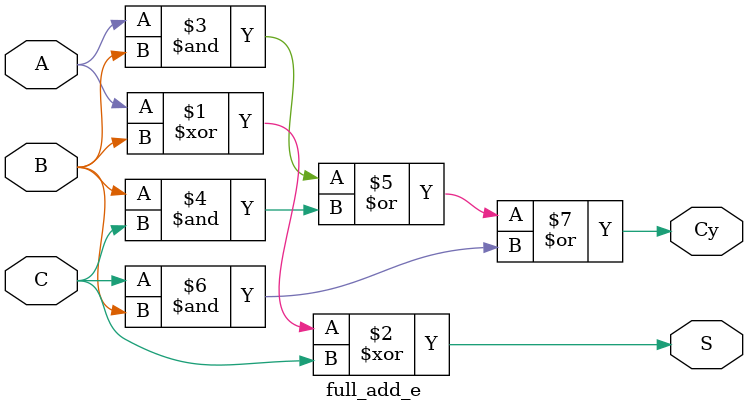
<source format=v>
`timescale 1ns / 1ps
module full_add_e( A,B,C,S,Cy);

	 input A,B,C;
	 output S,Cy;         // change the reg values when A , B changes
	 
	 assign S=A^B^C;
	 assign Cy=(A&B)|(B&C)|(C&B);
	 
endmodule

</source>
